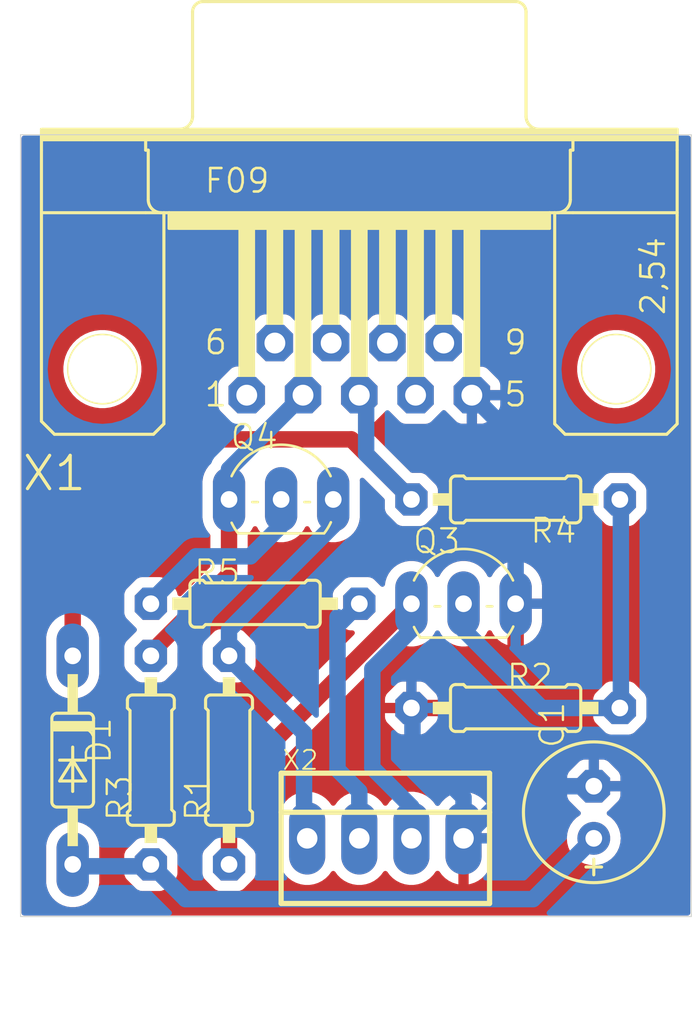
<source format=kicad_pcb>
(kicad_pcb (version 20240108) (generator "pcbnew") (generator_version "8.0")
  (layers (0 "F.Cu" signal) (31 "B.Cu" signal) (34 "B.Paste" user) (35 "F.Paste" user) (36 "B.SilkS" user "B.Silkscreen") (37 "F.SilkS" user "F.Silkscreen") (38 "B.Mask" user) (39 "F.Mask" user) (44 "Edge.Cuts" user))
  (net 0 "")
  (net 1 "GNDA")
  (net 2 "N$1")
  (net 3 "N$2")
  (net 4 "N$3")
  (net 5 "N$4")
  (net 6 "N$5")
  (net 7 "N$6")
  (net 8 "N$9")
  (net 9 "VCC")
  (footprint "ttl2rs232:0207_10" (layer "F.Cu") (at 142.3161 116.4286 90)
    (property "Reference" "R1" (at -3.048 -1.524 90) (layer "F.SilkS") (effects (font (size 1.1557 1.1557) (thickness 0.1143)) (justify left)))
    (property "Value" "10K")
    (fp_line (start 2.921 -1.143) (end 2.54 -1.143) (stroke (width 0.1524)) (layer "F.SilkS"))
    (fp_line (start -2.921 -1.143) (end -2.54 -1.143) (stroke (width 0.1524)) (layer "F.SilkS"))
    (fp_line (start 2.413 -1.016) (end 2.54 -1.143) (stroke (width 0.1524)) (layer "F.SilkS"))
    (fp_line (start 2.413 -1.016) (end -2.413 -1.016) (stroke (width 0.1524)) (layer "F.SilkS"))
    (fp_line (start -2.413 -1.016) (end -2.54 -1.143) (stroke (width 0.1524)) (layer "F.SilkS"))
    (fp_line (start 3.175 0.889) (end 3.175 -0.889) (stroke (width 0.1524)) (layer "F.SilkS"))
    (fp_line (start -3.175 0.889) (end -3.175 -0.889) (stroke (width 0.1524)) (layer "F.SilkS"))
    (fp_line (start 2.413 1.016) (end -2.413 1.016) (stroke (width 0.1524)) (layer "F.SilkS"))
    (fp_line (start 2.413 1.016) (end 2.54 1.143) (stroke (width 0.1524)) (layer "F.SilkS"))
    (fp_line (start -2.413 1.016) (end -2.54 1.143) (stroke (width 0.1524)) (layer "F.SilkS"))
    (fp_line (start 2.921 1.143) (end 2.54 1.143) (stroke (width 0.1524)) (layer "F.SilkS"))
    (fp_line (start -2.921 1.143) (end -2.54 1.143) (stroke (width 0.1524)) (layer "F.SilkS"))
    (fp_arc (start 2.921 -1.143) (mid 3.100605 -1.068605) (end 3.175 -0.889) (stroke (width 0.1524)) (layer "F.SilkS"))
    (fp_arc (start -3.175 -0.889) (mid -3.100605 -1.068605) (end -2.921 -1.143) (stroke (width 0.1524)) (layer "F.SilkS"))
    (fp_arc (start 3.175 0.889) (mid 3.100605 1.068605) (end 2.921 1.143) (stroke (width 0.1524)) (layer "F.SilkS"))
    (fp_arc (start -2.921 1.143) (mid -3.100605 1.068605) (end -3.175 0.889) (stroke (width 0.1524)) (layer "F.SilkS"))
    (fp_poly (pts (xy 3.175 0.3048) (xy 4.0386 0.3048) (xy 4.0386 -0.3048) (xy 3.175 -0.3048)) (fill solid) (layer "F.SilkS"))
    (fp_poly (pts (xy -4.0386 0.3048) (xy -3.175 0.3048) (xy -3.175 -0.3048) (xy -4.0386 -0.3048)) (fill solid) (layer "F.SilkS"))
    (pad "1" thru_hole roundrect (at -5.08 0 90) (size 1.5748 1.5748) (drill 0.8128) (layers "*.Cu" "*.Mask") (chamfer_ratio 0.25) (chamfer top_left top_right bottom_left bottom_right) (net 2 "N$1"))
    (pad "2" thru_hole roundrect (at 5.08 0 90) (size 1.5748 1.5748) (drill 0.8128) (layers "*.Cu" "*.Mask") (chamfer_ratio 0.25) (chamfer top_left top_right bottom_left bottom_right) (net 9 "VCC"))
  )
  (footprint "ttl2rs232:E2,5-7" (layer "F.Cu") (at 160.0961 118.9686 90)
    (property "Reference" "C1" (at 3.048 -2.032 90) (layer "F.SilkS") (effects (font (size 1.1557 1.1557) (thickness 0.1143)) (justify left)))
    (property "Value" "47uF")
    (fp_line (start -3.048 0) (end -2.286 0) (stroke (width 0.1524)) (layer "F.SilkS"))
    (fp_line (start -2.667 0.381) (end -2.667 -0.381) (stroke (width 0.1524)) (layer "F.SilkS"))
    (fp_circle (center 0 0) (end 3.429 0) (stroke (width 0.1524)) (fill none) (layer "F.SilkS"))
    (pad "+" thru_hole circle (at -1.27 0 90) (size 1.6002 1.6002) (drill 0.8128) (layers "*.Cu" "*.Mask") (net 4 "N$3"))
    (pad "-" thru_hole roundrect (at 1.27 0 90) (size 1.6002 1.6002) (drill 0.8128) (layers "*.Cu" "*.Mask") (chamfer_ratio 0.25) (chamfer top_left top_right bottom_left bottom_right) (net 1 "GNDA"))
  )
  (footprint "ttl2rs232:TO92-EBC" (layer "F.Cu") (at 153.7461 107.5386)
    (property "Reference" "Q3" (at -2.54 -1.778 0) (layer "F.SilkS") (effects (font (size 1.1557 1.1557) (thickness 0.1143)) (justify left)))
    (property "Value" "BC548")
    (fp_line (start -2.095 2.921) (end 2.095 2.921) (stroke (width 0.127)) (layer "F.SilkS"))
    (fp_line (start -1.136 1.397) (end -1.404 1.397) (stroke (width 0.127)) (layer "F.SilkS"))
    (fp_line (start 1.404 1.397) (end 1.136 1.397) (stroke (width 0.127)) (layer "F.SilkS"))
    (fp_arc (start -2.413 0.1341) (mid -0.000001 -1.396986) (end 2.412999 0.134099) (stroke (width 0.127)) (layer "F.SilkS"))
    (fp_arc (start -2.095 2.921) (mid -2.268918 2.67252) (end -2.4135 2.4059) (stroke (width 0.127)) (layer "F.SilkS"))
    (fp_arc (start 2.4247 2.3818) (mid 2.275879 2.661201) (end 2.095 2.921) (stroke (width 0.127)) (layer "F.SilkS"))
    (pad "B" thru_hole oval (at 0 1.27 90) (size 3.1496 1.5748) (drill 0.8128) (layers "*.Cu" "*.Mask") (net 3 "N$2"))
    (pad "C" thru_hole oval (at -2.54 1.27 90) (size 3.1496 1.5748) (drill 0.8128) (layers "*.Cu" "*.Mask") (net 2 "N$1"))
    (pad "E" thru_hole oval (at 2.54 1.27 90) (size 3.1496 1.5748) (drill 0.8128) (layers "*.Cu" "*.Mask") (net 1 "GNDA"))
  )
  (footprint "ttl2rs232:0207_10" (layer "F.Cu") (at 138.5061 116.4286 90)
    (property "Reference" "R3" (at -3.048 -1.524 90) (layer "F.SilkS") (effects (font (size 1.1557 1.1557) (thickness 0.1143)) (justify left)))
    (property "Value" "8.2K")
    (fp_line (start 2.921 -1.143) (end 2.54 -1.143) (stroke (width 0.1524)) (layer "F.SilkS"))
    (fp_line (start -2.921 -1.143) (end -2.54 -1.143) (stroke (width 0.1524)) (layer "F.SilkS"))
    (fp_line (start 2.413 -1.016) (end 2.54 -1.143) (stroke (width 0.1524)) (layer "F.SilkS"))
    (fp_line (start 2.413 -1.016) (end -2.413 -1.016) (stroke (width 0.1524)) (layer "F.SilkS"))
    (fp_line (start -2.413 -1.016) (end -2.54 -1.143) (stroke (width 0.1524)) (layer "F.SilkS"))
    (fp_line (start 3.175 0.889) (end 3.175 -0.889) (stroke (width 0.1524)) (layer "F.SilkS"))
    (fp_line (start -3.175 0.889) (end -3.175 -0.889) (stroke (width 0.1524)) (layer "F.SilkS"))
    (fp_line (start 2.413 1.016) (end -2.413 1.016) (stroke (width 0.1524)) (layer "F.SilkS"))
    (fp_line (start 2.413 1.016) (end 2.54 1.143) (stroke (width 0.1524)) (layer "F.SilkS"))
    (fp_line (start -2.413 1.016) (end -2.54 1.143) (stroke (width 0.1524)) (layer "F.SilkS"))
    (fp_line (start 2.921 1.143) (end 2.54 1.143) (stroke (width 0.1524)) (layer "F.SilkS"))
    (fp_line (start -2.921 1.143) (end -2.54 1.143) (stroke (width 0.1524)) (layer "F.SilkS"))
    (fp_arc (start 2.921 -1.143) (mid 3.100605 -1.068605) (end 3.175 -0.889) (stroke (width 0.1524)) (layer "F.SilkS"))
    (fp_arc (start -3.175 -0.889) (mid -3.100605 -1.068605) (end -2.921 -1.143) (stroke (width 0.1524)) (layer "F.SilkS"))
    (fp_arc (start 3.175 0.889) (mid 3.100605 1.068605) (end 2.921 1.143) (stroke (width 0.1524)) (layer "F.SilkS"))
    (fp_arc (start -2.921 1.143) (mid -3.100605 1.068605) (end -3.175 0.889) (stroke (width 0.1524)) (layer "F.SilkS"))
    (fp_poly (pts (xy 3.175 0.3048) (xy 4.0386 0.3048) (xy 4.0386 -0.3048) (xy 3.175 -0.3048)) (fill solid) (layer "F.SilkS"))
    (fp_poly (pts (xy -4.0386 0.3048) (xy -3.175 0.3048) (xy -3.175 -0.3048) (xy -4.0386 -0.3048)) (fill solid) (layer "F.SilkS"))
    (pad "1" thru_hole roundrect (at -5.08 0 90) (size 1.5748 1.5748) (drill 0.8128) (layers "*.Cu" "*.Mask") (chamfer_ratio 0.25) (chamfer top_left top_right bottom_left bottom_right) (net 4 "N$3"))
    (pad "2" thru_hole roundrect (at 5.08 0 90) (size 1.5748 1.5748) (drill 0.8128) (layers "*.Cu" "*.Mask") (chamfer_ratio 0.25) (chamfer top_left top_right bottom_left bottom_right) (net 6 "N$5"))
  )
  (footprint "ttl2rs232:0207_10" (layer "F.Cu") (at 156.2861 103.7286 180)
    (property "Reference" "R4" (at -3.048 -1.524 0) (layer "F.SilkS") (effects (font (size 1.1557 1.1557) (thickness 0.1143)) (justify right)))
    (property "Value" "10K")
    (fp_line (start 3.175 0.889) (end 3.175 -0.889) (stroke (width 0.1524)) (layer "F.SilkS"))
    (fp_line (start 2.921 1.143) (end 2.54 1.143) (stroke (width 0.1524)) (layer "F.SilkS"))
    (fp_line (start 2.921 -1.143) (end 2.54 -1.143) (stroke (width 0.1524)) (layer "F.SilkS"))
    (fp_line (start 2.413 1.016) (end 2.54 1.143) (stroke (width 0.1524)) (layer "F.SilkS"))
    (fp_line (start 2.413 1.016) (end -2.413 1.016) (stroke (width 0.1524)) (layer "F.SilkS"))
    (fp_line (start 2.413 -1.016) (end 2.54 -1.143) (stroke (width 0.1524)) (layer "F.SilkS"))
    (fp_line (start 2.413 -1.016) (end -2.413 -1.016) (stroke (width 0.1524)) (layer "F.SilkS"))
    (fp_line (start -2.413 1.016) (end -2.54 1.143) (stroke (width 0.1524)) (layer "F.SilkS"))
    (fp_line (start -2.413 -1.016) (end -2.54 -1.143) (stroke (width 0.1524)) (layer "F.SilkS"))
    (fp_line (start -2.921 1.143) (end -2.54 1.143) (stroke (width 0.1524)) (layer "F.SilkS"))
    (fp_line (start -2.921 -1.143) (end -2.54 -1.143) (stroke (width 0.1524)) (layer "F.SilkS"))
    (fp_line (start -3.175 0.889) (end -3.175 -0.889) (stroke (width 0.1524)) (layer "F.SilkS"))
    (fp_arc (start 3.175 0.889) (mid 3.100605 1.068605) (end 2.921 1.143) (stroke (width 0.1524)) (layer "F.SilkS"))
    (fp_arc (start 2.921 -1.143) (mid 3.100605 -1.068605) (end 3.175 -0.889) (stroke (width 0.1524)) (layer "F.SilkS"))
    (fp_arc (start -2.921 1.143) (mid -3.100605 1.068605) (end -3.175 0.889) (stroke (width 0.1524)) (layer "F.SilkS"))
    (fp_arc (start -3.175 -0.889) (mid -3.100605 -1.068605) (end -2.921 -1.143) (stroke (width 0.1524)) (layer "F.SilkS"))
    (fp_poly (pts (xy 3.175 0.3048) (xy 4.0386 0.3048) (xy 4.0386 -0.3048) (xy 3.175 -0.3048)) (fill solid) (layer "F.SilkS"))
    (fp_poly (pts (xy -4.0386 0.3048) (xy -3.175 0.3048) (xy -3.175 -0.3048) (xy -4.0386 -0.3048)) (fill solid) (layer "F.SilkS"))
    (pad "1" thru_hole roundrect (at -5.08 0 180) (size 1.5748 1.5748) (drill 0.8128) (layers "*.Cu" "*.Mask") (chamfer_ratio 0.25) (chamfer top_left top_right bottom_left bottom_right) (net 3 "N$2"))
    (pad "2" thru_hole roundrect (at 5.08 0 180) (size 1.5748 1.5748) (drill 0.8128) (layers "*.Cu" "*.Mask") (chamfer_ratio 0.25) (chamfer top_left top_right bottom_left bottom_right) (net 5 "N$4"))
  )
  (footprint "ttl2rs232:TO92-EBC" (layer "F.Cu") (at 144.8561 102.4586)
    (property "Reference" "Q4" (at -2.54 -1.778 0) (layer "F.SilkS") (effects (font (size 1.1557 1.1557) (thickness 0.1143)) (justify left)))
    (property "Value" "BC556")
    (fp_line (start -2.095 2.921) (end 2.095 2.921) (stroke (width 0.127)) (layer "F.SilkS"))
    (fp_line (start -1.136 1.397) (end -1.404 1.397) (stroke (width 0.127)) (layer "F.SilkS"))
    (fp_line (start 1.404 1.397) (end 1.136 1.397) (stroke (width 0.127)) (layer "F.SilkS"))
    (fp_arc (start -2.413 0.1341) (mid -0.000001 -1.396986) (end 2.412999 0.134099) (stroke (width 0.127)) (layer "F.SilkS"))
    (fp_arc (start -2.095 2.921) (mid -2.268918 2.67252) (end -2.4135 2.4059) (stroke (width 0.127)) (layer "F.SilkS"))
    (fp_arc (start 2.4247 2.3818) (mid 2.275879 2.661201) (end 2.095 2.921) (stroke (width 0.127)) (layer "F.SilkS"))
    (pad "B" thru_hole oval (at 0 1.27 90) (size 3.1496 1.5748) (drill 0.8128) (layers "*.Cu" "*.Mask") (net 7 "N$6"))
    (pad "C" thru_hole oval (at -2.54 1.27 90) (size 3.1496 1.5748) (drill 0.8128) (layers "*.Cu" "*.Mask") (net 6 "N$5"))
    (pad "E" thru_hole oval (at 2.54 1.27 90) (size 3.1496 1.5748) (drill 0.8128) (layers "*.Cu" "*.Mask") (net 9 "VCC"))
  )
  (footprint "ttl2rs232:22-23-2041" (layer "F.Cu") (at 149.9361 120.2386)
    (property "Reference" "X2" (at -5.08 -3.81 0) (layer "F.SilkS") (effects (font (size 0.92456 0.92456) (thickness 0.09144)) (justify left)))
    (property "Value" "22-23-2041")
    (fp_line (start -5.08 -3.175) (end 5.08 -3.175) (stroke (width 0.254)) (layer "F.SilkS"))
    (fp_line (start -5.08 -1.27) (end -5.08 -3.175) (stroke (width 0.254)) (layer "F.SilkS"))
    (fp_line (start -5.08 -1.27) (end 5.08 -1.27) (stroke (width 0.254)) (layer "F.SilkS"))
    (fp_line (start -5.08 3.175) (end -5.08 -1.27) (stroke (width 0.254)) (layer "F.SilkS"))
    (fp_line (start 5.08 -3.175) (end 5.08 -1.27) (stroke (width 0.254)) (layer "F.SilkS"))
    (fp_line (start 5.08 -1.27) (end 5.08 3.175) (stroke (width 0.254)) (layer "F.SilkS"))
    (fp_line (start 5.08 3.175) (end -5.08 3.175) (stroke (width 0.254)) (layer "F.SilkS"))
    (pad "1" thru_hole oval (at -3.81 0 90) (size 3.524 1.762) (drill 1) (layers "*.Cu" "*.Mask") (net 9 "VCC"))
    (pad "2" thru_hole oval (at -1.27 0 90) (size 3.524 1.762) (drill 1) (layers "*.Cu" "*.Mask") (net 8 "N$9"))
    (pad "3" thru_hole oval (at 1.27 0 90) (size 3.524 1.762) (drill 1) (layers "*.Cu" "*.Mask") (net 2 "N$1"))
    (pad "4" thru_hole oval (at 3.81 0 90) (size 3.524 1.762) (drill 1) (layers "*.Cu" "*.Mask") (net 1 "GNDA"))
  )
  (footprint "ttl2rs232:F09H" (layer "F.Cu") (at 148.6661 97.3786)
    (property "Reference" "X1" (at -16.51 5.08 0) (layer "F.SilkS") (effects (font (size 1.61798 1.61798) (thickness 0.16002)) (justify left)))
    (property "Value" "9-Pin")
    (fp_line (start -15.494 -11.684) (end -7.747 -11.684) (stroke (width 0.1524)) (layer "F.SilkS"))
    (fp_line (start -15.494 -11.176) (end -15.494 -11.684) (stroke (width 0.1524)) (layer "F.SilkS"))
    (fp_line (start -15.494 -11.176) (end -12.954 -11.176) (stroke (width 0.1524)) (layer "F.SilkS"))
    (fp_line (start -15.494 -10.668) (end -15.494 -11.176) (stroke (width 0.1524)) (layer "F.SilkS"))
    (fp_line (start -15.494 -7.62) (end -15.494 -10.668) (stroke (width 0.1524)) (layer "F.SilkS"))
    (fp_line (start -15.494 -7.62) (end -15.494 -7.493) (stroke (width 0.1524)) (layer "F.SilkS"))
    (fp_line (start -15.494 -7.62) (end -10.414 -7.62) (stroke (width 0.1524)) (layer "F.SilkS"))
    (fp_line (start -15.494 2.54) (end -15.494 -7.493) (stroke (width 0.1524)) (layer "F.SilkS"))
    (fp_line (start -14.859 3.175) (end -15.494 2.54) (stroke (width 0.1524)) (layer "F.SilkS"))
    (fp_line (start -12.954 -11.176) (end -10.414 -11.176) (stroke (width 0.1524)) (layer "F.SilkS"))
    (fp_line (start -10.414 -11.176) (end 10.414 -11.176) (stroke (width 0.1524)) (layer "F.SilkS"))
    (fp_line (start -10.414 -10.668) (end -10.414 -11.176) (stroke (width 0.1524)) (layer "F.SilkS"))
    (fp_line (start -10.414 -10.668) (end -10.287 -10.668) (stroke (width 0.1524)) (layer "F.SilkS"))
    (fp_line (start -10.414 -7.62) (end -9.525 -7.62) (stroke (width 0.1524)) (layer "F.SilkS"))
    (fp_line (start -10.287 -8.255) (end -10.287 -10.668) (stroke (width 0.1524)) (layer "F.SilkS"))
    (fp_line (start -10.033 3.175) (end -14.859 3.175) (stroke (width 0.1524)) (layer "F.SilkS"))
    (fp_line (start -10.033 3.175) (end -9.525 2.667) (stroke (width 0.1524)) (layer "F.SilkS"))
    (fp_line (start -9.525 -7.62) (end -9.271 -7.62) (stroke (width 0.1524)) (layer "F.SilkS"))
    (fp_line (start -9.525 2.667) (end -9.525 -7.62) (stroke (width 0.1524)) (layer "F.SilkS"))
    (fp_line (start -9.271 -7.62) (end -9.271 -6.858) (stroke (width 0.1524)) (layer "F.SilkS"))
    (fp_line (start -9.271 -7.62) (end 9.271 -7.62) (stroke (width 0.1524)) (layer "F.SilkS"))
    (fp_line (start -9.271 -6.858) (end 9.271 -6.858) (stroke (width 0.1524)) (layer "F.SilkS"))
    (fp_line (start -8.128 -12.319) (end -8.128 -17.399) (stroke (width 0.1524)) (layer "F.SilkS"))
    (fp_line (start -7.62 -17.907) (end -7.366 -17.907) (stroke (width 0.1524)) (layer "F.SilkS"))
    (fp_line (start -7.366 -17.907) (end 7.366 -17.907) (stroke (width 0.1524)) (layer "F.SilkS"))
    (fp_line (start 7.366 -17.907) (end 7.62 -17.907) (stroke (width 0.1524)) (layer "F.SilkS"))
    (fp_line (start 7.747 -11.684) (end -7.747 -11.684) (stroke (width 0.1524)) (layer "F.SilkS"))
    (fp_line (start 7.747 -11.684) (end 15.494 -11.684) (stroke (width 0.1524)) (layer "F.SilkS"))
    (fp_line (start 8.128 -12.319) (end 8.128 -17.399) (stroke (width 0.1524)) (layer "F.SilkS"))
    (fp_line (start 9.271 -7.62) (end 9.271 -6.858) (stroke (width 0.1524)) (layer "F.SilkS"))
    (fp_line (start 9.271 -7.62) (end 9.525 -7.62) (stroke (width 0.1524)) (layer "F.SilkS"))
    (fp_line (start 9.525 -7.62) (end 10.414 -7.62) (stroke (width 0.1524)) (layer "F.SilkS"))
    (fp_line (start 9.525 2.667) (end 9.525 -7.62) (stroke (width 0.1524)) (layer "F.SilkS"))
    (fp_line (start 9.525 2.667) (end 10.033 3.175) (stroke (width 0.1524)) (layer "F.SilkS"))
    (fp_line (start 10.033 3.175) (end 14.986 3.175) (stroke (width 0.1524)) (layer "F.SilkS"))
    (fp_line (start 10.287 -10.668) (end 10.414 -10.668) (stroke (width 0.1524)) (layer "F.SilkS"))
    (fp_line (start 10.287 -8.255) (end 10.287 -10.668) (stroke (width 0.1524)) (layer "F.SilkS"))
    (fp_line (start 10.414 -11.176) (end 12.954 -11.176) (stroke (width 0.1524)) (layer "F.SilkS"))
    (fp_line (start 10.414 -10.668) (end 10.414 -11.176) (stroke (width 0.1524)) (layer "F.SilkS"))
    (fp_line (start 10.414 -7.62) (end 15.494 -7.62) (stroke (width 0.1524)) (layer "F.SilkS"))
    (fp_line (start 12.954 -11.176) (end 15.494 -11.176) (stroke (width 0.1524)) (layer "F.SilkS"))
    (fp_line (start 14.986 3.175) (end 15.494 2.667) (stroke (width 0.1524)) (layer "F.SilkS"))
    (fp_line (start 15.494 -11.684) (end 15.494 -11.176) (stroke (width 0.1524)) (layer "F.SilkS"))
    (fp_line (start 15.494 -11.176) (end 15.494 -10.668) (stroke (width 0.1524)) (layer "F.SilkS"))
    (fp_line (start 15.494 -10.668) (end 15.494 -7.62) (stroke (width 0.1524)) (layer "F.SilkS"))
    (fp_line (start 15.494 -7.62) (end 15.494 -7.493) (stroke (width 0.1524)) (layer "F.SilkS"))
    (fp_line (start 15.494 2.667) (end 15.494 -7.493) (stroke (width 0.1524)) (layer "F.SilkS"))
    (fp_arc (start -9.652 -7.62) (mid -10.101013 -7.805987) (end -10.287 -8.255) (stroke (width 0.1524)) (layer "F.SilkS"))
    (fp_arc (start -8.128 -17.399) (mid -7.97921 -17.75821) (end -7.62 -17.907) (stroke (width 0.1524)) (layer "F.SilkS"))
    (fp_arc (start -8.128 -12.319) (mid -8.313987 -11.869987) (end -8.763 -11.684) (stroke (width 0.1524)) (layer "F.SilkS"))
    (fp_arc (start 7.62 -17.907) (mid 7.97921 -17.75821) (end 8.128 -17.399) (stroke (width 0.1524)) (layer "F.SilkS"))
    (fp_arc (start 8.763 -11.684) (mid 8.313987 -11.869987) (end 8.128 -12.319) (stroke (width 0.1524)) (layer "F.SilkS"))
    (fp_arc (start 10.287 -8.255) (mid 10.101013 -7.805987) (end 9.652 -7.62) (stroke (width 0.1524)) (layer "F.SilkS"))
    (fp_circle (center -12.5222 0) (end -10.8712 0) (stroke (width 0.1524)) (fill none) (layer "F.SilkS"))
    (fp_circle (center 12.5222 0) (end 14.1732 0) (stroke (width 0.1524)) (fill none) (layer "F.SilkS"))
    (fp_poly (pts (xy -15.494 -11.176) (xy 15.494 -11.176) (xy 15.494 -11.684) (xy -15.494 -11.684)) (fill solid) (layer "F.SilkS"))
    (fp_poly (pts (xy -9.271 -6.858) (xy 9.271 -6.858) (xy 9.271 -7.62) (xy -9.271 -7.62)) (fill solid) (layer "F.SilkS"))
    (fp_poly (pts (xy -5.8928 0.381) (xy -5.08 0.381) (xy -5.08 -6.858) (xy -5.8928 -6.858)) (fill solid) (layer "F.SilkS"))
    (fp_poly (pts (xy -4.5212 -2.159) (xy -3.7084 -2.159) (xy -3.7084 -6.858) (xy -4.5212 -6.858)) (fill solid) (layer "F.SilkS"))
    (fp_poly (pts (xy -3.1496 0.381) (xy -2.3368 0.381) (xy -2.3368 -6.858) (xy -3.1496 -6.858)) (fill solid) (layer "F.SilkS"))
    (fp_poly (pts (xy -1.778 -2.159) (xy -0.9652 -2.159) (xy -0.9652 -6.858) (xy -1.778 -6.858)) (fill solid) (layer "F.SilkS"))
    (fp_poly (pts (xy -0.4064 0.381) (xy 0.4064 0.381) (xy 0.4064 -6.858) (xy -0.4064 -6.858)) (fill solid) (layer "F.SilkS"))
    (fp_poly (pts (xy 0.9652 -2.159) (xy 1.778 -2.159) (xy 1.778 -6.858) (xy 0.9652 -6.858)) (fill solid) (layer "F.SilkS"))
    (fp_poly (pts (xy 2.3368 0.381) (xy 3.1496 0.381) (xy 3.1496 -6.858) (xy 2.3368 -6.858)) (fill solid) (layer "F.SilkS"))
    (fp_poly (pts (xy 3.7084 -2.159) (xy 4.5212 -2.159) (xy 4.5212 -6.858) (xy 3.7084 -6.858)) (fill solid) (layer "F.SilkS"))
    (fp_poly (pts (xy 5.08 0.381) (xy 5.8928 0.381) (xy 5.8928 -6.858) (xy 5.08 -6.858)) (fill solid) (layer "F.SilkS"))
    (fp_text user "1" (at -7.62 1.905 0) (layer "F.SilkS") (effects (font (size 1.143 1.143) (thickness 0.127)) (justify left bottom)))
    (fp_text user "2,54" (at 14.986 -2.54 90) (layer "F.SilkS") (effects (font (size 1.143 1.143) (thickness 0.127)) (justify left bottom)))
    (fp_text user "9" (at 6.985 -0.635 0) (layer "F.SilkS") (effects (font (size 1.143 1.143) (thickness 0.127)) (justify left bottom)))
    (fp_text user "F09" (at -7.62 -8.509 0) (layer "F.SilkS") (effects (font (size 1.143 1.143) (thickness 0.127)) (justify left bottom)))
    (fp_text user "5" (at 6.985 1.905 0) (layer "F.SilkS") (effects (font (size 1.143 1.143) (thickness 0.127)) (justify left bottom)))
    (fp_text user "6" (at -7.62 -0.635 0) (layer "F.SilkS") (effects (font (size 1.143 1.143) (thickness 0.127)) (justify left bottom)))
    (pad "" np_thru_hole circle (at -12.5222 0) (size 3.302 3.302) (drill 3.302) (layers "*.Cu" "*.Mask"))
    (pad "" np_thru_hole circle (at 12.5222 0) (size 3.302 3.302) (drill 3.302) (layers "*.Cu" "*.Mask"))
    (pad "1" thru_hole roundrect (at -5.4864 1.27) (size 1.778 1.778) (drill 1.016) (layers "*.Cu" "*.Mask") (chamfer_ratio 0.25) (chamfer top_left top_right bottom_left bottom_right))
    (pad "2" thru_hole roundrect (at -2.7432 1.27) (size 1.778 1.778) (drill 1.016) (layers "*.Cu" "*.Mask") (chamfer_ratio 0.25) (chamfer top_left top_right bottom_left bottom_right) (net 6 "N$5"))
    (pad "3" thru_hole roundrect (at 0 1.27) (size 1.778 1.778) (drill 1.016) (layers "*.Cu" "*.Mask") (chamfer_ratio 0.25) (chamfer top_left top_right bottom_left bottom_right) (net 5 "N$4"))
    (pad "4" thru_hole roundrect (at 2.7432 1.27) (size 1.778 1.778) (drill 1.016) (layers "*.Cu" "*.Mask") (chamfer_ratio 0.25) (chamfer top_left top_right bottom_left bottom_right))
    (pad "5" thru_hole roundrect (at 5.4864 1.27) (size 1.778 1.778) (drill 1.016) (layers "*.Cu" "*.Mask") (chamfer_ratio 0.25) (chamfer top_left top_right bottom_left bottom_right) (net 1 "GNDA"))
    (pad "6" thru_hole roundrect (at -4.1148 -1.27) (size 1.778 1.778) (drill 1.016) (layers "*.Cu" "*.Mask") (chamfer_ratio 0.25) (chamfer top_left top_right bottom_left bottom_right))
    (pad "7" thru_hole roundrect (at -1.3716 -1.27) (size 1.778 1.778) (drill 1.016) (layers "*.Cu" "*.Mask") (chamfer_ratio 0.25) (chamfer top_left top_right bottom_left bottom_right))
    (pad "8" thru_hole roundrect (at 1.3716 -1.27) (size 1.778 1.778) (drill 1.016) (layers "*.Cu" "*.Mask") (chamfer_ratio 0.25) (chamfer top_left top_right bottom_left bottom_right))
    (pad "9" thru_hole roundrect (at 4.1148 -1.27) (size 1.778 1.778) (drill 1.016) (layers "*.Cu" "*.Mask") (chamfer_ratio 0.25) (chamfer top_left top_right bottom_left bottom_right))
    (zone (net 0) (net_name "") (layer "B.Cu") (connect_pads (clearance 0)) (min_thickness 0.254)
      (keepout (tracks not_allowed) (vias not_allowed) (pads not_allowed) (copperpour not_allowed) (footprints allowed))
      (fill (thermal_gap 0.508) (thermal_bridge_width 0.508))
      (polygon (pts (xy 138.8109 97.3786) (xy 138.770382 96.91548) (xy 138.65006 96.466432) (xy 138.45359 96.0451) (xy 138.186941 95.664285) (xy 137.858215 95.335559) (xy 137.4774 95.06891) (xy 137.056068 94.87244) (xy 136.60702 94.752118) (xy 136.1439 94.7116) (xy 135.68078 94.752118) (xy 135.231732 94.87244) (xy 134.8104 95.06891) (xy 134.429585 95.335559) (xy 134.100859 95.664285) (xy 133.83421 96.0451) (xy 133.63774 96.466432) (xy 133.517418 96.91548) (xy 133.4769 97.3786) (xy 133.517418 97.84172) (xy 133.63774 98.290768) (xy 133.83421 98.7121) (xy 134.100859 99.092915) (xy 134.429585 99.421641) (xy 134.8104 99.68829) (xy 135.231732 99.88476) (xy 135.68078 100.005082) (xy 136.1439 100.0456) (xy 136.60702 100.005082) (xy 137.056068 99.88476) (xy 137.4774 99.68829) (xy 137.858215 99.421641) (xy 138.186941 99.092915) (xy 138.45359 98.7121) (xy 138.65006 98.290768) (xy 138.770382 97.84172)))
    )
    (zone (net 0) (net_name "") (layer "B.Cu") (connect_pads (clearance 0)) (min_thickness 0.254)
      (keepout (tracks not_allowed) (vias not_allowed) (pads not_allowed) (copperpour not_allowed) (footprints allowed))
      (fill (thermal_gap 0.508) (thermal_bridge_width 0.508))
      (polygon (pts (xy 163.8553 97.3786) (xy 163.814782 96.91548) (xy 163.69446 96.466432) (xy 163.49799 96.0451) (xy 163.231341 95.664285) (xy 162.902615 95.335559) (xy 162.5218 95.06891) (xy 162.100468 94.87244) (xy 161.65142 94.752118) (xy 161.1883 94.7116) (xy 160.72518 94.752118) (xy 160.276132 94.87244) (xy 159.8548 95.06891) (xy 159.473985 95.335559) (xy 159.145259 95.664285) (xy 158.87861 96.0451) (xy 158.68214 96.466432) (xy 158.561818 96.91548) (xy 158.5213 97.3786) (xy 158.561818 97.84172) (xy 158.68214 98.290768) (xy 158.87861 98.7121) (xy 159.145259 99.092915) (xy 159.473985 99.421641) (xy 159.8548 99.68829) (xy 160.276132 99.88476) (xy 160.72518 100.005082) (xy 161.1883 100.0456) (xy 161.65142 100.005082) (xy 162.100468 99.88476) (xy 162.5218 99.68829) (xy 162.902615 99.421641) (xy 163.231341 99.092915) (xy 163.49799 98.7121) (xy 163.69446 98.290768) (xy 163.814782 97.84172)))
    )
  )
  (footprint "ttl2rs232:0207_10" (layer "F.Cu") (at 143.5861 108.8086)
    (property "Reference" "R5" (at -3.048 -1.524 0) (layer "F.SilkS") (effects (font (size 1.1557 1.1557) (thickness 0.1143)) (justify left)))
    (property "Value" "8.2K")
    (fp_line (start -3.175 0.889) (end -3.175 -0.889) (stroke (width 0.1524)) (layer "F.SilkS"))
    (fp_line (start -2.921 -1.143) (end -2.54 -1.143) (stroke (width 0.1524)) (layer "F.SilkS"))
    (fp_line (start -2.921 1.143) (end -2.54 1.143) (stroke (width 0.1524)) (layer "F.SilkS"))
    (fp_line (start -2.413 -1.016) (end -2.54 -1.143) (stroke (width 0.1524)) (layer "F.SilkS"))
    (fp_line (start -2.413 1.016) (end -2.54 1.143) (stroke (width 0.1524)) (layer "F.SilkS"))
    (fp_line (start 2.413 -1.016) (end -2.413 -1.016) (stroke (width 0.1524)) (layer "F.SilkS"))
    (fp_line (start 2.413 -1.016) (end 2.54 -1.143) (stroke (width 0.1524)) (layer "F.SilkS"))
    (fp_line (start 2.413 1.016) (end -2.413 1.016) (stroke (width 0.1524)) (layer "F.SilkS"))
    (fp_line (start 2.413 1.016) (end 2.54 1.143) (stroke (width 0.1524)) (layer "F.SilkS"))
    (fp_line (start 2.921 -1.143) (end 2.54 -1.143) (stroke (width 0.1524)) (layer "F.SilkS"))
    (fp_line (start 2.921 1.143) (end 2.54 1.143) (stroke (width 0.1524)) (layer "F.SilkS"))
    (fp_line (start 3.175 0.889) (end 3.175 -0.889) (stroke (width 0.1524)) (layer "F.SilkS"))
    (fp_arc (start -3.175 -0.889) (mid -3.100605 -1.068605) (end -2.921 -1.143) (stroke (width 0.1524)) (layer "F.SilkS"))
    (fp_arc (start -2.921 1.143) (mid -3.100605 1.068605) (end -3.175 0.889) (stroke (width 0.1524)) (layer "F.SilkS"))
    (fp_arc (start 2.921 -1.143) (mid 3.100605 -1.068605) (end 3.175 -0.889) (stroke (width 0.1524)) (layer "F.SilkS"))
    (fp_arc (start 3.175 0.889) (mid 3.100605 1.068605) (end 2.921 1.143) (stroke (width 0.1524)) (layer "F.SilkS"))
    (fp_poly (pts (xy -4.0386 0.3048) (xy -3.175 0.3048) (xy -3.175 -0.3048) (xy -4.0386 -0.3048)) (fill solid) (layer "F.SilkS"))
    (fp_poly (pts (xy 3.175 0.3048) (xy 4.0386 0.3048) (xy 4.0386 -0.3048) (xy 3.175 -0.3048)) (fill solid) (layer "F.SilkS"))
    (pad "1" thru_hole roundrect (at -5.08 0) (size 1.5748 1.5748) (drill 0.8128) (layers "*.Cu" "*.Mask") (chamfer_ratio 0.25) (chamfer top_left top_right bottom_left bottom_right) (net 7 "N$6"))
    (pad "2" thru_hole roundrect (at 5.08 0) (size 1.5748 1.5748) (drill 0.8128) (layers "*.Cu" "*.Mask") (chamfer_ratio 0.25) (chamfer top_left top_right bottom_left bottom_right) (net 8 "N$9"))
  )
  (footprint "ttl2rs232:DO35-10" (layer "F.Cu") (at 134.6961 116.4286 -90)
    (property "Reference" "D1" (at -2.159 -1.27 90) (layer "F.SilkS") (effects (font (size 1.1557 1.1557) (thickness 0.1143)) (justify right)))
    (property "Value" "1N4148DO35-10")
    (fp_line (start -2.032 1.016) (end 2.032 1.016) (stroke (width 0.1524)) (layer "F.SilkS"))
    (fp_line (start 2.286 0.762) (end 2.286 -0.762) (stroke (width 0.1524)) (layer "F.SilkS"))
    (fp_line (start 1.016 0.635) (end 0 0) (stroke (width 0.1524)) (layer "F.SilkS"))
    (fp_line (start -0.635 0) (end 0 0) (stroke (width 0.1524)) (layer "F.SilkS"))
    (fp_line (start 0 0) (end 0 0.635) (stroke (width 0.1524)) (layer "F.SilkS"))
    (fp_line (start 0 0) (end 1.524 0) (stroke (width 0.1524)) (layer "F.SilkS"))
    (fp_line (start 0 0) (end 1.016 -0.635) (stroke (width 0.1524)) (layer "F.SilkS"))
    (fp_line (start 0 -0.635) (end 0 0) (stroke (width 0.1524)) (layer "F.SilkS"))
    (fp_line (start 1.016 -0.635) (end 1.016 0.635) (stroke (width 0.1524)) (layer "F.SilkS"))
    (fp_line (start -2.286 -0.762) (end -2.286 0.762) (stroke (width 0.1524)) (layer "F.SilkS"))
    (fp_line (start -2.032 -1.016) (end 2.032 -1.016) (stroke (width 0.1524)) (layer "F.SilkS"))
    (fp_arc (start -2.032 1.016) (mid -2.211605 0.941605) (end -2.286 0.762) (stroke (width 0.1524)) (layer "F.SilkS"))
    (fp_arc (start 2.286 0.762) (mid 2.211605 0.941605) (end 2.032 1.016) (stroke (width 0.1524)) (layer "F.SilkS"))
    (fp_arc (start -2.286 -0.762) (mid -2.211605 -0.941605) (end -2.032 -1.016) (stroke (width 0.1524)) (layer "F.SilkS"))
    (fp_arc (start 2.032 -1.016) (mid 2.211605 -0.941605) (end 2.286 -0.762) (stroke (width 0.1524)) (layer "F.SilkS"))
    (fp_poly (pts (xy -1.905 1.016) (xy -1.397 1.016) (xy -1.397 -1.016) (xy -1.905 -1.016)) (fill solid) (layer "F.SilkS"))
    (fp_poly (pts (xy -4.191 0.254) (xy -2.286 0.254) (xy -2.286 -0.254) (xy -4.191 -0.254)) (fill solid) (layer "F.SilkS"))
    (fp_poly (pts (xy 2.286 0.254) (xy 4.191 0.254) (xy 4.191 -0.254) (xy 2.286 -0.254)) (fill solid) (layer "F.SilkS"))
    (pad "A" thru_hole oval (at 5.08 0 270) (size 3.1496 1.5748) (drill 0.8128) (layers "*.Cu" "*.Mask") (net 4 "N$3"))
    (pad "C" thru_hole oval (at -5.08 0 270) (size 3.1496 1.5748) (drill 0.8128) (layers "*.Cu" "*.Mask") (net 5 "N$4"))
  )
  (footprint "ttl2rs232:0207_10" (layer "F.Cu") (at 156.2861 113.8886)
    (property "Reference" "R2" (at -0.508 -1.524 0) (layer "F.SilkS") (effects (font (size 1.1557 1.1557) (thickness 0.1143)) (justify left)))
    (property "Value" "10K")
    (fp_line (start -3.175 0.889) (end -3.175 -0.889) (stroke (width 0.1524)) (layer "F.SilkS"))
    (fp_line (start -2.921 -1.143) (end -2.54 -1.143) (stroke (width 0.1524)) (layer "F.SilkS"))
    (fp_line (start -2.921 1.143) (end -2.54 1.143) (stroke (width 0.1524)) (layer "F.SilkS"))
    (fp_line (start -2.413 -1.016) (end -2.54 -1.143) (stroke (width 0.1524)) (layer "F.SilkS"))
    (fp_line (start -2.413 1.016) (end -2.54 1.143) (stroke (width 0.1524)) (layer "F.SilkS"))
    (fp_line (start 2.413 -1.016) (end -2.413 -1.016) (stroke (width 0.1524)) (layer "F.SilkS"))
    (fp_line (start 2.413 -1.016) (end 2.54 -1.143) (stroke (width 0.1524)) (layer "F.SilkS"))
    (fp_line (start 2.413 1.016) (end -2.413 1.016) (stroke (width 0.1524)) (layer "F.SilkS"))
    (fp_line (start 2.413 1.016) (end 2.54 1.143) (stroke (width 0.1524)) (layer "F.SilkS"))
    (fp_line (start 2.921 -1.143) (end 2.54 -1.143) (stroke (width 0.1524)) (layer "F.SilkS"))
    (fp_line (start 2.921 1.143) (end 2.54 1.143) (stroke (width 0.1524)) (layer "F.SilkS"))
    (fp_line (start 3.175 0.889) (end 3.175 -0.889) (stroke (width 0.1524)) (layer "F.SilkS"))
    (fp_arc (start -3.175 -0.889) (mid -3.100605 -1.068605) (end -2.921 -1.143) (stroke (width 0.1524)) (layer "F.SilkS"))
    (fp_arc (start -2.921 1.143) (mid -3.100605 1.068605) (end -3.175 0.889) (stroke (width 0.1524)) (layer "F.SilkS"))
    (fp_arc (start 2.921 -1.143) (mid 3.100605 -1.068605) (end 3.175 -0.889) (stroke (width 0.1524)) (layer "F.SilkS"))
    (fp_arc (start 3.175 0.889) (mid 3.100605 1.068605) (end 2.921 1.143) (stroke (width 0.1524)) (layer "F.SilkS"))
    (fp_poly (pts (xy -4.0386 0.3048) (xy -3.175 0.3048) (xy -3.175 -0.3048) (xy -4.0386 -0.3048)) (fill solid) (layer "F.SilkS"))
    (fp_poly (pts (xy 3.175 0.3048) (xy 4.0386 0.3048) (xy 4.0386 -0.3048) (xy 3.175 -0.3048)) (fill solid) (layer "F.SilkS"))
    (pad "1" thru_hole roundrect (at -5.08 0) (size 1.5748 1.5748) (drill 0.8128) (layers "*.Cu" "*.Mask") (chamfer_ratio 0.25) (chamfer top_left top_right bottom_left bottom_right) (net 1 "GNDA"))
    (pad "2" thru_hole roundrect (at 5.08 0) (size 1.5748 1.5748) (drill 0.8128) (layers "*.Cu" "*.Mask") (chamfer_ratio 0.25) (chamfer top_left top_right bottom_left bottom_right) (net 3 "N$2"))
  )
  (gr_line (start 132.1561 85.9586) (end 132.1561 124.0486) (stroke (width 0.05)) (layer "Edge.Cuts"))
  (gr_line (start 132.1561 124.0486) (end 164.8461 124.0486) (stroke (width 0.05)) (layer "Edge.Cuts"))
  (gr_line (start 164.8461 124.0486) (end 164.8461 85.9586) (stroke (width 0.05)) (layer "Edge.Cuts"))
  (gr_line (start 164.8461 85.9586) (end 132.1561 85.9586) (stroke (width 0.05)) (layer "Edge.Cuts"))
  (segment (start 156.2861 108.8086) (end 156.2861 111.3139) (width 0.8) (layer "F.Cu") (net 1))
  (segment (start 156.2861 111.3139) (end 153.7114 113.8886) (width 0.8) (layer "F.Cu") (net 1))
  (segment (start 151.2569 113.8886) (end 151.2061 113.8886) (width 0.508) (layer "F.Cu") (net 1))
  (segment (start 153.7114 113.8886) (end 151.2569 113.8886) (width 0.8) (layer "F.Cu") (net 1))
  (segment (start 151.2569 114.295) (end 151.2569 113.8886) (width 0.508) (layer "F.Cu") (net 1))
  (segment (start 151.2569 114.295) (end 151.2061 113.8886) (width 0.508) (layer "F.Cu") (net 1))
  (segment (start 153.7461 118.2461) (end 151.2569 115.7569) (width 0.8) (layer "B.Cu") (net 1))
  (segment (start 156.3 105.3) (end 156.3 100.7961) (width 0.8) (layer "B.Cu") (net 1))
  (segment (start 153.7461 120.2386) (end 156.2847 117.7) (width 0.8) (layer "B.Cu") (net 1))
  (segment (start 160.0947 117.7) (end 160.0961 117.6986) (width 0.8) (layer "B.Cu") (net 1))
  (segment (start 151.2569 115.7569) (end 151.2569 114.295) (width 0.8) (layer "B.Cu") (net 1))
  (segment (start 156.2861 105.3139) (end 156.3 105.3) (width 0.508) (layer "B.Cu") (net 1))
  (segment (start 156.2847 117.7) (end 160.0947 117.7) (width 0.8) (layer "B.Cu") (net 1))
  (segment (start 156.2861 108.8086) (end 156.2861 105.3139) (width 0.8) (layer "B.Cu") (net 1))
  (segment (start 153.7461 120.2386) (end 153.7461 118.2461) (width 0.8) (layer "B.Cu") (net 1))
  (segment (start 156.3 100.7961) (end 154.1525 98.6486) (width 0.8) (layer "B.Cu") (net 1))
  (segment (start 142.3161 117.6986) (end 151.2061 108.8086) (width 0.8) (layer "F.Cu") (net 2))
  (segment (start 142.3161 121.5086) (end 142.3161 117.6986) (width 0.8) (layer "F.Cu") (net 2))
  (segment (start 149.3011 111.9836) (end 149.3011 116.8011) (width 0.8) (layer "B.Cu") (net 2))
  (segment (start 151.2061 121.5086) (end 151.2061 120.2386) (width 0.508) (layer "B.Cu") (net 2))
  (segment (start 151.2569 119.9846) (end 151.2061 120.2386) (width 0.508) (layer "B.Cu") (net 2))
  (segment (start 142.3161 121.6102) (end 142.3161 121.5086) (width 0.508) (layer "B.Cu") (net 2))
  (segment (start 151.2061 108.8086) (end 151.2061 110.0786) (width 0.8) (layer "B.Cu") (net 2))
  (segment (start 151.2569 109.0118) (end 151.2061 108.8086) (width 0.508) (layer "B.Cu") (net 2))
  (segment (start 151.2061 118.7061) (end 151.2061 120.2386) (width 0.8) (layer "B.Cu") (net 2))
  (segment (start 151.2569 120.391) (end 151.2061 120.2386) (width 0.508) (layer "B.Cu") (net 2))
  (segment (start 149.3011 116.8011) (end 151.2061 118.7061) (width 0.8) (layer "B.Cu") (net 2))
  (segment (start 151.2061 110.0786) (end 149.3011 111.9836) (width 0.8) (layer "B.Cu") (net 2))
  (segment (start 161.4169 113.8886) (end 161.4169 103.7286) (width 0.8) (layer "B.Cu") (net 3))
  (segment (start 153.7461 108.8086) (end 153.7461 110.0786) (width 0.8) (layer "B.Cu") (net 3))
  (segment (start 161.4169 113.8886) (end 161.3661 113.8886) (width 0.508) (layer "B.Cu") (net 3))
  (segment (start 157.5561 113.8886) (end 161.3661 113.8886) (width 0.8) (layer "B.Cu") (net 3))
  (segment (start 153.7461 110.0786) (end 157.5561 113.8886) (width 0.8) (layer "B.Cu") (net 3))
  (segment (start 161.4169 103.7286) (end 161.3661 103.7286) (width 0.508) (layer "B.Cu") (net 3))
  (segment (start 138.6585 121.2038) (end 138.5061 121.5086) (width 0.508) (layer "F.Cu") (net 4))
  (segment (start 138.4147 121.6) (end 134.7875 121.6) (width 0.8) (layer "B.Cu") (net 4))
  (segment (start 138.5061 121.5086) (end 140.1975 123.2) (width 0.8) (layer "B.Cu") (net 4))
  (segment (start 138.5061 121.5086) (end 138.4147 121.6) (width 0.508) (layer "B.Cu") (net 4))
  (segment (start 157.1347 123.2) (end 160.0961 120.2386) (width 0.8) (layer "B.Cu") (net 4))
  (segment (start 134.7875 121.6) (end 134.6961 121.5086) (width 0.508) (layer "B.Cu") (net 4))
  (segment (start 140.1975 123.2) (end 157.1347 123.2) (width 0.8) (layer "B.Cu") (net 4))
  (segment (start 148.4121 98.8518) (end 148.6661 98.6486) (width 0.508) (layer "F.Cu") (net 5))
  (segment (start 150.8505 103.7286) (end 151.2061 103.7286) (width 0.8) (layer "F.Cu") (net 5))
  (segment (start 141 100.8) (end 134.6961 107.1039) (width 0.8) (layer "F.Cu") (net 5))
  (segment (start 151.2061 103.7286) (end 148.2775 100.8) (width 0.8) (layer "F.Cu") (net 5))
  (segment (start 134.6961 107.1039) (end 134.6961 111.3486) (width 0.8) (layer "F.Cu") (net 5))
  (segment (start 148.2775 100.8) (end 141 100.8) (width 0.8) (layer "F.Cu") (net 5))
  (segment (start 149 101.5225) (end 149 98.9825) (width 0.8) (layer "B.Cu") (net 5))
  (segment (start 149 98.9825) (end 148.6661 98.6486) (width 0.8) (layer "B.Cu") (net 5))
  (segment (start 151.2061 103.7286) (end 149 101.5225) (width 0.8) (layer "B.Cu") (net 5))
  (segment (start 142.3161 107.3862) (end 138.6585 111.0438) (width 0.8) (layer "F.Cu") (net 6))
  (segment (start 138.6585 111.0438) (end 138.5061 111.3486) (width 0.8) (layer "F.Cu") (net 6))
  (segment (start 142.3161 103.7286) (end 142.3161 107.3862) (width 0.8) (layer "F.Cu") (net 6))
  (segment (start 145.5673 98.8518) (end 145.9229 98.6486) (width 0.508) (layer "B.Cu") (net 6))
  (segment (start 142.3161 102.2554) (end 145.9229 98.6486) (width 0.8) (layer "B.Cu") (net 6))
  (segment (start 142.3161 103.7286) (end 142.3161 102.2554) (width 0.8) (layer "B.Cu") (net 6))
  (segment (start 144.8561 103.7286) (end 144.8561 104.9986) (width 0.8) (layer "B.Cu") (net 7))
  (segment (start 144.7545 103.7286) (end 144.8561 103.7286) (width 0.508) (layer "B.Cu") (net 7))
  (segment (start 143.3547 106.5) (end 140.7 106.5) (width 0.8) (layer "B.Cu") (net 7))
  (segment (start 140.7 106.5) (end 138.5061 108.6939) (width 0.8) (layer "B.Cu") (net 7))
  (segment (start 144.8561 104.9986) (end 143.3547 106.5) (width 0.8) (layer "B.Cu") (net 7))
  (segment (start 148.6661 120.2386) (end 148.6661 117.9516) (width 0.8) (layer "B.Cu") (net 8))
  (segment (start 148.6661 117.9516) (end 147.6039 116.8894) (width 0.8) (layer "B.Cu") (net 8))
  (segment (start 147.6039 116.8894) (end 147.6039 109.4641) (width 0.8) (layer "B.Cu") (net 8))
  (segment (start 147.6039 109.8708) (end 148.6661 108.8086) (width 0.8) (layer "B.Cu") (net 8))
  (segment (start 147.6039 110.4) (end 147.6039 109.8708) (width 0.508) (layer "B.Cu") (net 8))
  (segment (start 142.3161 110.0786) (end 147.3961 104.9986) (width 0.8) (layer "B.Cu") (net 9))
  (segment (start 145.9737 120.0862) (end 146.1261 120.2386) (width 0.8) (layer "B.Cu") (net 9))
  (segment (start 142.3161 111.4502) (end 145.9737 115.1078) (width 0.8) (layer "B.Cu") (net 9))
  (segment (start 147.5993 103.7286) (end 147.3961 103.7286) (width 0.508) (layer "B.Cu") (net 9))
  (segment (start 142.3161 111.3486) (end 142.3161 110.0786) (width 0.8) (layer "B.Cu") (net 9))
  (segment (start 142.3161 111.3486) (end 142.3161 111.4502) (width 0.508) (layer "B.Cu") (net 9))
  (segment (start 145.9737 115.1078) (end 145.9737 120.0862) (width 0.8) (layer "B.Cu") (net 9))
  (segment (start 147.3961 104.9986) (end 147.3961 103.7286) (width 0.8) (layer "B.Cu") (net 9))
  (zone (net 1) (net_name "GNDA") (layers "F&B.Cu") (connect_pads (clearance 0.508)) (min_thickness 0.25) (fill yes (thermal_gap 0.5) (thermal_bridge_width 0.5))
    (polygon (pts (xy 132.2 86) (xy 164.9 86) (xy 164.8 124) (xy 132.2 124)))
  )
)
</source>
